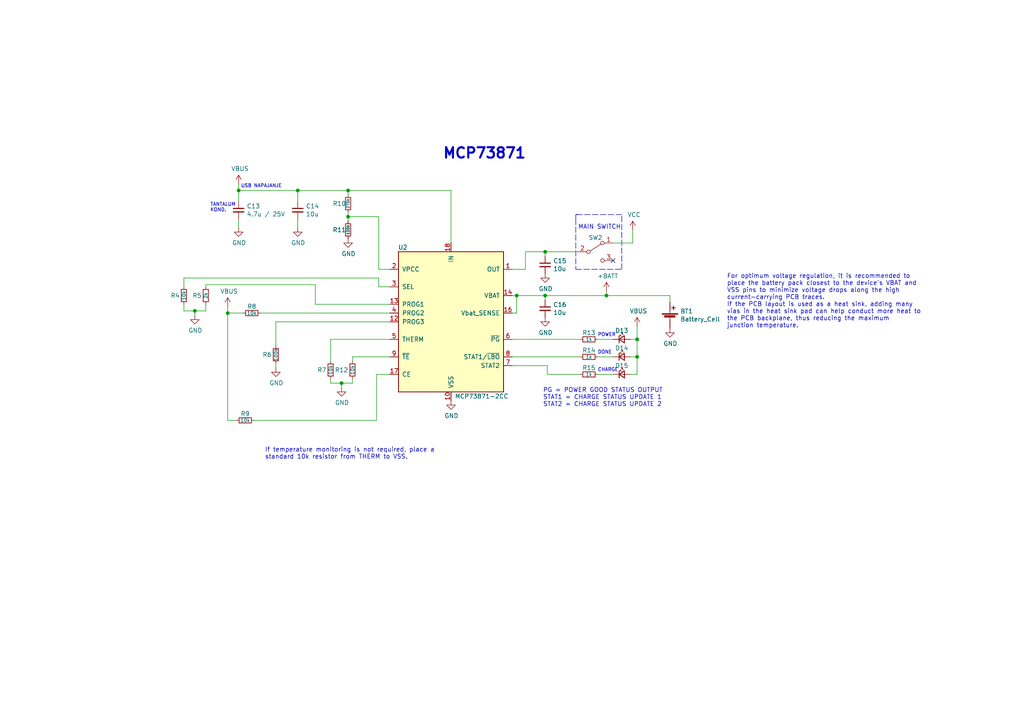
<source format=kicad_sch>
(kicad_sch (version 20211123) (generator eeschema)
  (paper "A4")
  (title_block (title "CNLJS") (date "2021-12-22") (rev "v0.01") (company "Josip&Zvonimir"))
  (lib_symbols
    (symbol "Battery_Management:MCP73871-2CC" (pin_names (offset 1.016))
      (property "Reference" "U" (at -7.62 24.13 0))
      (property "Value" "MCP73871-2CC" (at -15.24 21.59 0))
      (symbol "MCP73871-2CC_0_1"
        (rectangle (start -15.24 20.32) (end 15.24 -20.32) (stroke (width 0.254)) (fill (type background)))
      )
      (symbol "MCP73871-2CC_1_1"
        (pin power_out line (at 17.78 15.24 180) (length 2.54) (name "OUT") (number "1"))
        (pin power_in line (at 0 -22.86 90) (length 2.54) (name "VSS") (number "10"))
        (pin passive line (at 0 -22.86 90) (length 2.54) hide (name "VSS") (number "11"))
        (pin bidirectional line (at -17.78 0 0) (length 2.54) (name "PROG3") (number "12"))
        (pin bidirectional line (at -17.78 5.08 0) (length 2.54) (name "PROG1") (number "13"))
        (pin power_out line (at 17.78 7.62 180) (length 2.54) (name "VBAT") (number "14"))
        (pin passive line (at 17.78 7.62 180) (length 2.54) hide (name "VBAT") (number "15"))
        (pin input line (at 17.78 2.54 180) (length 2.54) (name "Vbat_SENSE") (number "16"))
        (pin input line (at -17.78 -15.24 0) (length 2.54) (name "CE") (number "17"))
        (pin power_in line (at 0 22.86 270) (length 2.54) (name "IN") (number "18"))
        (pin passive line (at 0 22.86 270) (length 2.54) hide (name "IN") (number "19"))
        (pin input line (at -17.78 15.24 0) (length 2.54) (name "VPCC") (number "2"))
        (pin passive line (at 17.78 15.24 180) (length 2.54) hide (name "OUT") (number "20"))
        (pin passive line (at 0 -22.86 90) (length 2.54) hide (name "VSS") (number "21"))
        (pin input line (at -17.78 10.16 0) (length 2.54) (name "SEL") (number "3"))
        (pin input line (at -17.78 2.54 0) (length 2.54) (name "PROG2") (number "4"))
        (pin bidirectional line (at -17.78 -5.08 0) (length 2.54) (name "THERM") (number "5"))
        (pin open_collector line (at 17.78 -5.08 180) (length 2.54) (name "~{PG}") (number "6"))
        (pin open_collector line (at 17.78 -12.7 180) (length 2.54) (name "STAT2") (number "7"))
        (pin open_collector line (at 17.78 -10.16 180) (length 2.54) (name "STAT1/~{LBO}") (number "8"))
        (pin input line (at -17.78 -10.16 0) (length 2.54) (name "~{TE}") (number "9"))
      )
    )
    (symbol "Device:Battery_Cell" (pin_numbers hide) (pin_names (offset 0) hide)
      (property "Reference" "BT" (at 2.54 2.54 0))
      (property "Value" "Battery_Cell" (at 2.54 0 0))
      (symbol "Battery_Cell_0_1"
        (rectangle (start -2.286 1.778) (end 2.286 1.524) (fill (type outline)))
        (rectangle (start -1.5748 1.1938) (end 1.4732 0.6858) (fill (type outline)))
        (polyline (pts (xy 0 0.762) (xy 0 0)))
        (polyline (pts (xy 0 1.778) (xy 0 2.54)))
        (polyline (pts (xy 0.508 3.429) (xy 1.524 3.429)) (stroke (width 0.254)))
        (polyline (pts (xy 1.016 3.937) (xy 1.016 2.921)) (stroke (width 0.254)))
      )
      (symbol "Battery_Cell_1_1"
        (pin passive line (at 0 5.08 270) (length 2.54) (name "+") (number "1"))
        (pin passive line (at 0 -2.54 90) (length 2.54) (name "-") (number "2"))
      )
    )
    (symbol "Device:C_Small" (pin_numbers hide) (pin_names (offset 0.254) hide)
      (property "Reference" "C" (at 0.254 1.778 0))
      (property "Value" "C_Small" (at 0.254 -2.032 0))
      (symbol "C_Small_0_1"
        (polyline (pts (xy -1.524 -0.508) (xy 1.524 -0.508)) (stroke (width 0.3302)))
        (polyline (pts (xy -1.524 0.508) (xy 1.524 0.508)) (stroke (width 0.3048)))
      )
      (symbol "C_Small_1_1"
        (pin passive line (at 0 2.54 270) (length 2.032) (name "~") (number "1"))
        (pin passive line (at 0 -2.54 90) (length 2.032) (name "~") (number "2"))
      )
    )
    (symbol "Device:LED_Small" (pin_numbers hide) (pin_names (offset 0.254) hide)
      (property "Reference" "D" (at -1.27 3.175 0))
      (property "Value" "LED_Small" (at -4.445 -2.54 0))
      (symbol "LED_Small_0_1"
        (polyline (pts (xy -0.762 -1.016) (xy -0.762 1.016)) (stroke (width 0.254)))
        (polyline (pts (xy 1.016 0) (xy -0.762 0)))
        (polyline (pts (xy 0.762 -1.016) (xy -0.762 0) (xy 0.762 1.016) (xy 0.762 -1.016)) (stroke (width 0.254)))
        (polyline (pts (xy 0 0.762) (xy -0.508 1.27) (xy -0.254 1.27) (xy -0.508 1.27) (xy -0.508 1.016)))
        (polyline (pts (xy 0.508 1.27) (xy 0 1.778) (xy 0.254 1.778) (xy 0 1.778) (xy 0 1.524)))
      )
      (symbol "LED_Small_1_1"
        (pin passive line (at -2.54 0 0) (length 1.778) (name "K") (number "1"))
        (pin passive line (at 2.54 0 180) (length 1.778) (name "A") (number "2"))
      )
    )
    (symbol "Device:R_Small" (pin_numbers hide) (pin_names (offset 0.254) hide)
      (property "Reference" "R" (at 0.762 0.508 0))
      (property "Value" "R_Small" (at 0.762 -1.016 0))
      (symbol "R_Small_0_1"
        (rectangle (start -0.762 1.778) (end 0.762 -1.778) (stroke (width 0.2032)))
      )
      (symbol "R_Small_1_1"
        (pin passive line (at 0 2.54 270) (length 0.762) (name "~") (number "1"))
        (pin passive line (at 0 -2.54 90) (length 0.762) (name "~") (number "2"))
      )
    )
    (symbol "Switch:SW_SPDT" (pin_names (offset 0) hide)
      (property "Reference" "SW" (at 0 4.318 0))
      (property "Value" "SW_SPDT" (at 0 -5.08 0))
      (symbol "SW_SPDT_0_0"
        (circle (center -2.032 0) (radius 0.508))
        (circle (center 2.032 -2.54) (radius 0.508))
      )
      (symbol "SW_SPDT_0_1"
        (polyline (pts (xy -1.524 0.254) (xy 1.651 2.286)))
        (circle (center 2.032 2.54) (radius 0.508))
      )
      (symbol "SW_SPDT_1_1"
        (pin passive line (at 5.08 2.54 180) (length 2.54) (name "A") (number "1"))
        (pin passive line (at -5.08 0 0) (length 2.54) (name "B") (number "2"))
        (pin passive line (at 5.08 -2.54 180) (length 2.54) (name "C") (number "3"))
      )
    )
    (symbol "power:+BATT" (power) (pin_names (offset 0))
      (property "Value" "+BATT" (at 0 3.556 0))
      (symbol "+BATT_0_1"
        (polyline (pts (xy -0.762 1.27) (xy 0 2.54)))
        (polyline (pts (xy 0 0) (xy 0 2.54)))
        (polyline (pts (xy 0 2.54) (xy 0.762 1.27)))
      )
      (symbol "+BATT_1_1"
        (pin power_in line (at 0 0 90) (length 0) hide (name "+BATT") (number "1"))
      )
    )
    (symbol "power:GND" (power) (pin_names (offset 0))
      (property "Value" "GND" (at 0 -3.81 0))
      (symbol "GND_0_1"
        (polyline (pts (xy 0 0) (xy 0 -1.27) (xy 1.27 -1.27) (xy 0 -2.54) (xy -1.27 -1.27) (xy 0 -1.27)))
      )
      (symbol "GND_1_1"
        (pin power_in line (at 0 0 270) (length 0) hide (name "GND") (number "1"))
      )
    )
    (symbol "power:VBUS" (power) (pin_names (offset 0))
      (property "Value" "VBUS" (at 0 3.81 0))
      (symbol "VBUS_0_1"
        (polyline (pts (xy -0.762 1.27) (xy 0 2.54)))
        (polyline (pts (xy 0 0) (xy 0 2.54)))
        (polyline (pts (xy 0 2.54) (xy 0.762 1.27)))
      )
      (symbol "VBUS_1_1"
        (pin power_in line (at 0 0 90) (length 0) hide (name "VBUS") (number "1"))
      )
    )
    (symbol "power:VCC" (power) (pin_names (offset 0))
      (property "Value" "VCC" (at 0 3.81 0))
      (symbol "VCC_0_1"
        (polyline (pts (xy -0.762 1.27) (xy 0 2.54)))
        (polyline (pts (xy 0 0) (xy 0 2.54)))
        (polyline (pts (xy 0 2.54) (xy 0.762 1.27)))
      )
      (symbol "VCC_1_1"
        (pin power_in line (at 0 0 90) (length 0) hide (name "VCC") (number "1"))
      )
    )
  )
  (junction (at 184.785 103.505))
  (junction (at 86.36 55.245))
  (junction (at 184.785 98.425))
  (junction (at 158.115 73.025))
  (junction (at 56.515 90.17))
  (junction (at 100.965 55.245))
  (junction (at 66.04 90.805))
  (junction (at 69.215 55.245))
  (junction (at 99.06 111.125))
  (junction (at 158.115 85.725))
  (junction (at 100.965 62.865))
  (junction (at 149.86 85.725))
  (junction (at 175.895 85.725))
  (no_connect (at 177.8 75.565))
  (wire (pts (xy 66.04 88.9) (xy 66.04 90.805)))
  (wire (pts (xy 194.31 85.725) (xy 175.895 85.725)))
  (wire (pts (xy 59.69 88.265) (xy 59.69 90.17)))
  (polyline (pts (xy 180.34 62.23) (xy 167.005 62.23)))
  (wire (pts (xy 80.01 93.345) (xy 113.03 93.345)))
  (wire (pts (xy 73.66 121.92) (xy 109.22 121.92)))
  (wire (pts (xy 53.34 80.645) (xy 53.34 83.185)))
  (wire (pts (xy 148.59 106.045) (xy 158.75 106.045)))
  (wire (pts (xy 99.06 112.395) (xy 99.06 111.125)))
  (wire (pts (xy 148.59 85.725) (xy 149.86 85.725)))
  (wire (pts (xy 113.03 78.105) (xy 109.855 78.105)))
  (wire (pts (xy 102.235 111.125) (xy 102.235 109.855)))
  (wire (pts (xy 148.59 90.805) (xy 149.86 90.805)))
  (wire (pts (xy 66.04 90.805) (xy 66.04 121.92)))
  (wire (pts (xy 86.36 66.04) (xy 86.36 63.5)))
  (wire (pts (xy 152.4 78.105) (xy 152.4 73.025)))
  (wire (pts (xy 53.34 88.265) (xy 53.34 90.17)))
  (wire (pts (xy 91.44 82.55) (xy 59.69 82.55)))
  (wire (pts (xy 158.75 106.045) (xy 158.75 108.585)))
  (wire (pts (xy 66.04 90.805) (xy 70.485 90.805)))
  (wire (pts (xy 182.88 98.425) (xy 184.785 98.425)))
  (wire (pts (xy 109.855 80.645) (xy 109.855 83.185)))
  (wire (pts (xy 130.81 55.245) (xy 100.965 55.245)))
  (wire (pts (xy 149.86 85.725) (xy 158.115 85.725)))
  (wire (pts (xy 99.06 111.125) (xy 102.235 111.125)))
  (wire (pts (xy 158.75 108.585) (xy 168.275 108.585)))
  (wire (pts (xy 59.69 82.55) (xy 59.69 83.185)))
  (wire (pts (xy 148.59 98.425) (xy 168.275 98.425)))
  (wire (pts (xy 91.44 88.265) (xy 91.44 82.55)))
  (wire (pts (xy 158.115 85.725) (xy 175.895 85.725)))
  (wire (pts (xy 173.355 108.585) (xy 177.8 108.585)))
  (wire (pts (xy 113.03 98.425) (xy 95.885 98.425)))
  (wire (pts (xy 80.01 106.68) (xy 80.01 105.41)))
  (wire (pts (xy 91.44 88.265) (xy 113.03 88.265)))
  (wire (pts (xy 69.215 53.34) (xy 69.215 55.245)))
  (wire (pts (xy 148.59 103.505) (xy 168.275 103.505)))
  (polyline (pts (xy 167.005 62.23) (xy 167.64 62.23)))
  (polyline (pts (xy 167.005 63.5) (xy 167.005 78.105)))
  (wire (pts (xy 182.88 103.505) (xy 184.785 103.505)))
  (wire (pts (xy 184.785 94.615) (xy 184.785 98.425)))
  (wire (pts (xy 95.885 98.425) (xy 95.885 104.775)))
  (wire (pts (xy 183.515 66.675) (xy 183.515 70.485)))
  (wire (pts (xy 177.8 70.485) (xy 183.515 70.485)))
  (wire (pts (xy 109.22 108.585) (xy 113.03 108.585)))
  (wire (pts (xy 95.885 109.855) (xy 95.885 111.125)))
  (wire (pts (xy 86.36 58.42) (xy 86.36 55.245)))
  (wire (pts (xy 80.01 93.345) (xy 80.01 100.33)))
  (wire (pts (xy 66.04 121.92) (xy 68.58 121.92)))
  (wire (pts (xy 130.81 55.245) (xy 130.81 70.485)))
  (wire (pts (xy 56.515 90.17) (xy 59.69 90.17)))
  (wire (pts (xy 75.565 90.805) (xy 113.03 90.805)))
  (wire (pts (xy 109.22 121.92) (xy 109.22 108.585)))
  (wire (pts (xy 184.785 98.425) (xy 184.785 103.505)))
  (wire (pts (xy 100.965 62.865) (xy 100.965 64.135)))
  (wire (pts (xy 53.34 80.645) (xy 109.855 80.645)))
  (wire (pts (xy 95.885 111.125) (xy 99.06 111.125)))
  (wire (pts (xy 158.115 85.725) (xy 158.115 86.995)))
  (wire (pts (xy 175.895 84.455) (xy 175.895 85.725)))
  (wire (pts (xy 173.355 98.425) (xy 177.8 98.425)))
  (wire (pts (xy 102.235 103.505) (xy 102.235 104.775)))
  (wire (pts (xy 100.965 56.515) (xy 100.965 55.245)))
  (wire (pts (xy 109.855 83.185) (xy 113.03 83.185)))
  (wire (pts (xy 86.36 55.245) (xy 100.965 55.245)))
  (wire (pts (xy 182.88 108.585) (xy 184.785 108.585)))
  (wire (pts (xy 100.965 61.595) (xy 100.965 62.865)))
  (wire (pts (xy 53.34 90.17) (xy 56.515 90.17)))
  (polyline (pts (xy 167.005 78.105) (xy 180.34 78.105)))
  (wire (pts (xy 69.215 63.5) (xy 69.215 66.04)))
  (wire (pts (xy 152.4 73.025) (xy 158.115 73.025)))
  (wire (pts (xy 69.215 55.245) (xy 69.215 58.42)))
  (wire (pts (xy 148.59 78.105) (xy 152.4 78.105)))
  (wire (pts (xy 194.31 87.63) (xy 194.31 85.725)))
  (wire (pts (xy 113.03 103.505) (xy 102.235 103.505)))
  (wire (pts (xy 100.965 62.865) (xy 109.855 62.865)))
  (wire (pts (xy 158.115 73.025) (xy 158.115 74.295)))
  (polyline (pts (xy 180.34 78.105) (xy 180.34 62.23)))
  (wire (pts (xy 184.785 103.505) (xy 184.785 108.585)))
  (polyline (pts (xy 167.005 63.5) (xy 167.005 62.23)))
  (wire (pts (xy 69.215 55.245) (xy 86.36 55.245)))
  (wire (pts (xy 149.86 90.805) (xy 149.86 85.725)))
  (wire (pts (xy 173.355 103.505) (xy 177.8 103.505)))
  (wire (pts (xy 56.515 90.17) (xy 56.515 91.44)))
  (wire (pts (xy 158.115 73.025) (xy 167.64 73.025)))
  (wire (pts (xy 109.855 62.865) (xy 109.855 78.105)))
  (text "CHARGE" (at 173.355 107.95 0) (effects (font (size 0.9906 0.9906)) (justify left bottom)))
  (text "DONE" (at 173.355 102.87 0) (effects (font (size 0.9906 0.9906)) (justify left bottom)))
  (text "USB NAPAJANJE" (at 69.85 54.61 0) (effects (font (size 0.9906 0.9906)) (justify left bottom)))
  (text "MAIN SWITCH" (at 167.64 66.675 0) (effects (font (size 1.27 1.27)) (justify left bottom)))
  (text "For optimum voltage regulation, it is recommended to\nplace the battery pack closest to the device's VBAT and\nVSS pins to minimize voltage drops along the high\ncurrent-carrying PCB traces.\nIf the PCB layout is used as a heat sink, adding many\nvias in the heat sink pad can help conduct more heat to\nthe PCB backplane, thus reducing the maximum\njunction temperature." (at 210.82 95.25 0) (effects (font (size 1.27 1.27)) (justify left bottom)))
  (text "PG = POWER GOOD STATUS OUTPUT\nSTAT1 = CHARGE STATUS UPDATE 1\nSTAT2 = CHARGE STATUS UPDATE 2" (at 157.48 118.11 0) (effects (font (size 1.27 1.27)) (justify left bottom)))
  (text "TANTALUM\nKOND." (at 60.96 61.595 0) (effects (font (size 0.9906 0.9906)) (justify left bottom)))
  (text "POWER" (at 173.355 97.79 0) (effects (font (size 0.9906 0.9906)) (justify left bottom)))
  (text "MCP73871" (at 128.27 46.355 0) (effects (font (size 3 3) (thickness 0.6) bold) (justify left bottom)))
  (text "If temperature monitoring is not required, place a\nstandard 10k resistor from THERM to VSS." (at 76.835 133.35 0) (effects (font (size 1.27 1.27)) (justify left bottom)))
  (symbol (lib_id "power:GND") (at 130.81 116.205 0) (unit 1)
    (property "Reference" "#PWR061" (effects hide))
    (property "Value" "GND" (at 130.937 120.5992 0))
  )
  (symbol (lib_id "Battery_Management:MCP73871-2CC") (at 130.81 93.345 0) (unit 1)
    (property "Reference" "U2" (at 116.84 71.755 0))
    (property "Value" "MCP73871-2CC" (at 139.7 114.935 0))
    (property "Footprint" "Package_DFN_QFN:QFN-20-1EP_4x4mm_P0.5mm_EP2.5x2.5mm" (effects hide))
    (property "Datasheet" "http://www.mouser.com/ds/2/268/22090a-52174.pdf" (effects hide))
  )
  (symbol (lib_id "Device:C_Small") (at 158.115 76.835 0) (unit 1)
    (property "Reference" "C15" (at 160.4518 75.6666 0) (effects (justify left)))
    (property "Value" "10u" (at 160.4518 77.978 0) (effects (justify left)))
    (property "Footprint" "Capacitor_SMD:C_0805_2012Metric" (effects hide))
    (property "Basic/Extended" "Basic" (effects hide))
    (property "JLCPCB Part #" "C440198" (effects hide))
    (property "U labosu?" "Ne" (effects hide))
  )
  (symbol (lib_id "power:GND") (at 158.115 79.375 0) (unit 1)
    (property "Reference" "#PWR062" (effects hide))
    (property "Value" "GND" (at 158.242 83.7692 0))
  )
  (symbol (lib_id "Device:C_Small") (at 158.115 89.535 0) (unit 1)
    (property "Reference" "C16" (at 160.4518 88.3666 0) (effects (justify left)))
    (property "Value" "10u" (at 160.4518 90.678 0) (effects (justify left)))
    (property "Footprint" "Capacitor_SMD:C_0805_2012Metric" (effects hide))
    (property "Basic/Extended" "Basic" (effects hide))
    (property "JLCPCB Part #" "C440198" (effects hide))
    (property "U labosu?" "Ne" (effects hide))
  )
  (symbol (lib_id "power:GND") (at 158.115 92.075 0) (unit 1)
    (property "Reference" "#PWR063" (effects hide))
    (property "Value" "GND" (at 158.242 96.4692 0))
  )
  (symbol (lib_id "Device:C_Small") (at 69.215 60.96 0) (unit 1)
    (property "Reference" "C13" (at 71.5518 59.7916 0) (effects (justify left)))
    (property "Value" "4.7u / 25V" (at 71.5518 62.103 0) (effects (justify left)))
    (property "Footprint" "Capacitor_Tantalum_SMD:CP_EIA-6032-28_Kemet-C" (effects hide))
    (property "JLCPCB Part #" "C600520" (effects hide))
    (property "Basic/Extended" "Extended" (effects hide))
    (property "U labosu?" "Ne" (effects hide))
  )
  (symbol (lib_id "power:GND") (at 69.215 66.04 0) (unit 1)
    (property "Reference" "#PWR052" (effects hide))
    (property "Value" "GND" (at 69.342 70.4342 0))
  )
  (symbol (lib_id "Device:R_Small") (at 53.34 85.725 0) (unit 1)
    (property "Reference" "R4" (at 50.8 85.725 0))
    (property "Value" "10k" (at 53.34 85.725 90) (effects (font (size 0.9906 0.9906))))
    (property "Footprint" "Resistor_SMD:R_0805_2012Metric" (effects hide))
    (property "Basic/Extended" "Basic" (effects hide))
    (property "JLCPCB Part #" "C17414" (effects hide))
    (property "U labosu?" "Da" (effects hide))
  )
  (symbol (lib_id "power:GND") (at 56.515 91.44 0) (unit 1)
    (property "Reference" "#PWR054" (effects hide))
    (property "Value" "GND" (at 56.642 95.8342 0))
  )
  (symbol (lib_id "Device:R_Small") (at 59.69 85.725 0) (unit 1)
    (property "Reference" "R5" (at 57.15 85.725 0))
    (property "Value" "2k" (at 59.69 85.725 90) (effects (font (size 0.9906 0.9906))))
    (property "Footprint" "Resistor_SMD:R_0805_2012Metric" (effects hide))
  )
  (symbol (lib_id "Device:R_Small") (at 170.815 98.425 270) (unit 1)
    (property "Reference" "R13" (at 170.815 96.52 90))
    (property "Value" "1k" (at 170.815 98.425 90) (effects (font (size 0.9906 0.9906))))
    (property "Footprint" "Resistor_SMD:R_0805_2012Metric" (effects hide))
  )
  (symbol (lib_id "Device:LED_Small") (at 180.34 98.425 0) (unit 1)
    (property "Reference" "D13" (at 180.34 95.885 0))
    (property "Value" "LED_Small" (effects hide))
    (property "Footprint" "LED_SMD:LED_0805_2012Metric" (effects hide))
    (property "Basic/Extended" "Extended" (effects hide))
    (property "JLCPCB Part #" "C205442" (effects hide))
    (property "U labosu?" "Da" (effects hide))
  )
  (symbol (lib_id "Device:R_Small") (at 170.815 103.505 270) (unit 1)
    (property "Reference" "R14" (at 170.815 101.6 90))
    (property "Value" "1k" (at 170.815 103.505 90) (effects (font (size 0.9906 0.9906))))
    (property "Footprint" "Resistor_SMD:R_0805_2012Metric" (effects hide))
  )
  (symbol (lib_id "Device:LED_Small") (at 180.34 103.505 0) (unit 1)
    (property "Reference" "D14" (at 180.34 100.965 0))
    (property "Value" "LED_Small" (effects hide))
    (property "Footprint" "LED_SMD:LED_0805_2012Metric" (effects hide))
    (property "Basic/Extended" "Extended" (effects hide))
    (property "JLCPCB Part #" "C205442" (effects hide))
    (property "U labosu?" "Da" (effects hide))
  )
  (symbol (lib_id "Device:R_Small") (at 170.815 108.585 270) (unit 1)
    (property "Reference" "R15" (at 170.815 106.68 90))
    (property "Value" "1k" (at 170.815 108.585 90) (effects (font (size 0.9906 0.9906))))
    (property "Footprint" "Resistor_SMD:R_0805_2012Metric" (effects hide))
  )
  (symbol (lib_id "Device:LED_Small") (at 180.34 108.585 0) (unit 1)
    (property "Reference" "D15" (at 180.34 106.045 0))
    (property "Value" "LED_Small" (effects hide))
    (property "Footprint" "LED_SMD:LED_0805_2012Metric" (effects hide))
    (property "Basic/Extended" "Extended" (effects hide))
    (property "JLCPCB Part #" "C205442" (effects hide))
    (property "U labosu?" "Da" (effects hide))
  )
  (symbol (lib_id "Device:R_Small") (at 100.965 59.055 0) (unit 1)
    (property "Reference" "R10" (at 98.425 59.055 0))
    (property "Value" "270k" (at 100.965 59.055 90) (effects (font (size 0.7874 0.7874))))
    (property "Footprint" "Resistor_SMD:R_0805_2012Metric" (effects hide))
  )
  (symbol (lib_id "Device:R_Small") (at 100.965 66.675 0) (unit 1)
    (property "Reference" "R11" (at 98.425 66.675 0))
    (property "Value" "100k" (at 100.965 66.675 90) (effects (font (size 0.7874 0.7874))))
    (property "Footprint" "Resistor_SMD:R_0805_2012Metric" (effects hide))
  )
  (symbol (lib_id "power:GND") (at 100.965 69.215 0) (unit 1)
    (property "Reference" "#PWR060" (effects hide))
    (property "Value" "GND" (at 101.092 73.6092 0))
  )
  (symbol (lib_id "Device:R_Small") (at 73.025 90.805 270) (unit 1)
    (property "Reference" "R8" (at 73.025 88.9 90))
    (property "Value" "10k" (at 73.025 90.805 90) (effects (font (size 0.9906 0.9906))))
    (property "Footprint" "Resistor_SMD:R_0805_2012Metric" (effects hide))
    (property "Basic/Extended" "Basic" (effects hide))
    (property "JLCPCB Part #" "C17414" (effects hide))
    (property "U labosu?" "Da" (effects hide))
  )
  (symbol (lib_id "Device:R_Small") (at 80.01 102.87 0) (unit 1)
    (property "Reference" "R6" (at 77.47 102.87 0))
    (property "Value" "100k" (at 80.01 102.87 90) (effects (font (size 0.9906 0.9906))))
    (property "Footprint" "Resistor_SMD:R_0805_2012Metric" (effects hide))
  )
  (symbol (lib_id "power:GND") (at 80.01 106.68 0) (unit 1)
    (property "Reference" "#PWR056" (effects hide))
    (property "Value" "GND" (at 80.137 111.0742 0))
  )
  (symbol (lib_id "Device:R_Small") (at 95.885 107.315 0) (unit 1)
    (property "Reference" "R7" (at 93.345 107.315 0))
    (property "Value" "10k" (at 95.885 107.315 90) (effects (font (size 0.9906 0.9906))))
    (property "Footprint" "Resistor_SMD:R_0805_2012Metric" (effects hide))
    (property "Basic/Extended" "Basic" (effects hide))
    (property "JLCPCB Part #" "C17414" (effects hide))
    (property "U labosu?" "Da" (effects hide))
  )
  (symbol (lib_id "power:GND") (at 99.06 112.395 0) (unit 1)
    (property "Reference" "#PWR059" (effects hide))
    (property "Value" "GND" (at 99.187 116.7892 0))
  )
  (symbol (lib_id "Device:R_Small") (at 102.235 107.315 0) (unit 1)
    (property "Reference" "R12" (at 99.06 107.315 0))
    (property "Value" "10k" (at 102.235 107.315 90) (effects (font (size 0.9906 0.9906))))
    (property "Footprint" "Resistor_SMD:R_0805_2012Metric" (effects hide))
    (property "Basic/Extended" "Basic" (effects hide))
    (property "JLCPCB Part #" "C17414" (effects hide))
    (property "U labosu?" "Da" (effects hide))
  )
  (symbol (lib_id "Device:R_Small") (at 71.12 121.92 270) (unit 1)
    (property "Reference" "R9" (at 71.12 120.015 90))
    (property "Value" "10k" (at 71.12 121.92 90) (effects (font (size 0.9906 0.9906))))
    (property "Footprint" "Resistor_SMD:R_0805_2012Metric" (effects hide))
    (property "Basic/Extended" "Basic" (effects hide))
    (property "JLCPCB Part #" "C17414" (effects hide))
    (property "U labosu?" "Da" (effects hide))
  )
  (symbol (lib_id "power:VBUS") (at 69.215 53.34 0) (unit 1)
    (property "Reference" "#PWR051" (effects hide))
    (property "Value" "VBUS" (at 69.596 48.9458 0))
  )
  (symbol (lib_id "power:VBUS") (at 184.785 94.615 0) (unit 1)
    (property "Reference" "#PWR066" (effects hide))
    (property "Value" "VBUS" (at 185.166 90.2208 0))
  )
  (symbol (lib_id "power:VBUS") (at 66.04 88.9 0) (unit 1)
    (property "Reference" "#PWR057" (effects hide))
    (property "Value" "VBUS" (at 66.421 84.5058 0))
  )
  (symbol (lib_id "power:+BATT") (at 175.895 84.455 0) (unit 1)
    (property "Reference" "#PWR064" (effects hide))
    (property "Value" "+BATT" (at 176.276 80.0608 0))
  )
  (symbol (lib_id "power:VCC") (at 183.515 66.675 0) (unit 1)
    (property "Reference" "#PWR065" (effects hide))
    (property "Value" "VCC" (at 183.896 62.2808 0))
  )
  (symbol (lib_id "Device:C_Small") (at 86.36 60.96 0) (unit 1)
    (property "Reference" "C14" (at 88.6968 59.7916 0) (effects (justify left)))
    (property "Value" "10u" (at 88.6968 62.103 0) (effects (justify left)))
    (property "Footprint" "Capacitor_SMD:C_0805_2012Metric" (effects hide))
    (property "Basic/Extended" "Basic" (effects hide))
    (property "JLCPCB Part #" "C440198" (effects hide))
    (property "U labosu?" "Ne" (effects hide))
  )
  (symbol (lib_id "power:GND") (at 86.36 66.04 0) (unit 1)
    (property "Reference" "#PWR053" (effects hide))
    (property "Value" "GND" (at 86.487 70.4342 0))
  )
  (symbol (lib_id "Device:Battery_Cell") (at 194.31 92.71 0) (unit 1)
    (property "Reference" "BT1" (at 197.3072 90.2716 0) (effects (justify left)))
    (property "Value" "Battery_Cell" (at 197.3072 92.583 0) (effects (justify left)))
    (property "Footprint" "CNLJS:JST_PH_S2B-PH-SM4-TB_1x02-1MP_P2.00mm_Horizontal" (effects hide))
    (property "Basic/Extended" "Extended" (effects hide))
    (property "JLCPCB Part #" "C225233" (effects hide))
    (property "U labosu?" "Da" (effects hide))
  )
  (symbol (lib_id "power:GND") (at 194.31 95.25 0) (unit 1)
    (property "Reference" "#PWR067" (effects hide))
    (property "Value" "GND" (at 194.437 99.6442 0))
  )
  (symbol (lib_id "Switch:SW_SPDT") (at 172.72 73.025 0) (unit 1)
    (property "Reference" "SW2" (at 172.72 68.9125 0))
    (property "Value" "SW_SPDT" (effects hide))
    (property "Footprint" "Button_Switch_SMD:SW_SPDT_PCM12" (effects hide))
  )
)
</source>
